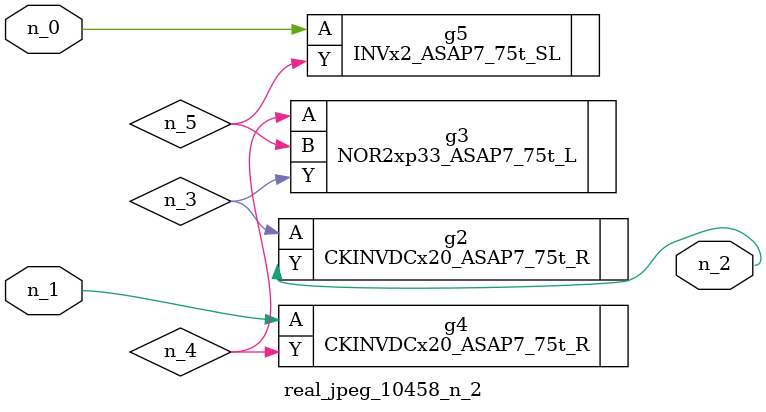
<source format=v>
module real_jpeg_10458_n_2 (n_1, n_0, n_2);

input n_1;
input n_0;

output n_2;

wire n_5;
wire n_4;
wire n_3;

INVx2_ASAP7_75t_SL g5 ( 
.A(n_0),
.Y(n_5)
);

CKINVDCx20_ASAP7_75t_R g4 ( 
.A(n_1),
.Y(n_4)
);

CKINVDCx20_ASAP7_75t_R g2 ( 
.A(n_3),
.Y(n_2)
);

NOR2xp33_ASAP7_75t_L g3 ( 
.A(n_4),
.B(n_5),
.Y(n_3)
);


endmodule
</source>
